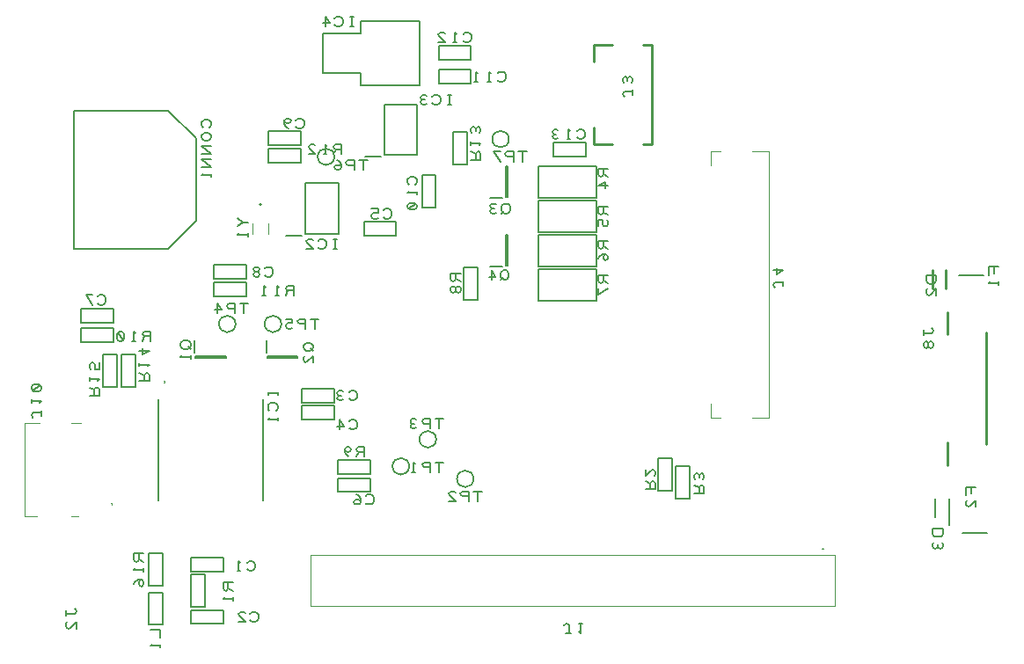
<source format=gbr>
G04 DesignSpark PCB PRO Gerber Version 10.0 Build 5299*
G04 #@! TF.Part,Single*
G04 #@! TF.FileFunction,Legend,Bot*
G04 #@! TF.FilePolarity,Positive*
%FSLAX35Y35*%
%MOIN*%
%ADD107C,0.00394*%
%ADD106C,0.00500*%
%ADD108C,0.00787*%
%ADD150C,0.01000*%
G04 #@! TD.AperFunction*
X0Y0D02*
D02*
D106*
X7181Y95669D02*
X6868Y95982D01*
X6556Y96607D01*
X6868Y97232D01*
X7181Y97544D01*
X10306D01*
Y98169D01*
Y97544D02*
Y96294D01*
X6556Y101294D02*
Y102544D01*
Y101919D02*
X10306D01*
X9681Y101294D01*
X6868Y105982D02*
X6556Y106607D01*
Y107232D01*
X6868Y107857D01*
X7493Y108169D01*
X9368D01*
X9993Y107857D01*
X10306Y107232D01*
Y106607D01*
X9993Y105982D01*
X9368Y105669D01*
X7493D01*
X6868Y105982D01*
X9993Y107857D01*
X22953Y23228D02*
X23266Y22916D01*
X23578Y22291D01*
X23266Y21666D01*
X22953Y21353D01*
X19828D01*
Y20728D01*
Y21353D02*
Y22603D01*
X23578Y15728D02*
Y18228D01*
X21391Y16041D01*
X20766Y15728D01*
X20141Y16041D01*
X19828Y16666D01*
Y17603D01*
X20141Y18228D01*
X25452Y136902D02*
Y131602D01*
X37752D01*
Y136902D01*
X25452D01*
X28603Y103937D02*
X32353D01*
Y106124D01*
X32041Y106750D01*
X31415Y107062D01*
X30791Y106750D01*
X30478Y106124D01*
Y103937D01*
Y106124D02*
X28603Y107062D01*
Y109562D02*
Y110812D01*
Y110187D02*
X32353D01*
X31728Y109562D01*
X28915Y113937D02*
X28603Y114562D01*
Y115500D01*
X28915Y116124D01*
X29541Y116437D01*
X29853D01*
X30478Y116124D01*
X30791Y115500D01*
Y113937D01*
X32353D01*
Y116437D01*
X31627Y138964D02*
X31939Y138652D01*
X32565Y138339D01*
X33502D01*
X34127Y138652D01*
X34439Y138964D01*
X34752Y139589D01*
Y140839D01*
X34439Y141464D01*
X34127Y141777D01*
X33502Y142089D01*
X32565D01*
X31939Y141777D01*
X31627Y141464D01*
X29752Y138339D02*
X27252Y142089D01*
X29752D01*
X37752Y124122D02*
Y129422D01*
X25452D01*
Y124122D01*
X37752D01*
X38977Y119536D02*
X33677D01*
Y107236D01*
X38977D01*
Y119536D01*
X40763Y107236D02*
X46063D01*
Y119536D01*
X40763D01*
Y107236D01*
X41838Y212048D02*
X22547D01*
Y159685D01*
X58374D01*
X69004Y170315D01*
Y201418D01*
X58374Y212048D01*
X41838D01*
X47500Y109449D02*
X51250D01*
Y111636D01*
X50938Y112261D01*
X50313Y112574D01*
X49688Y112261D01*
X49376Y111636D01*
Y109449D01*
Y111636D02*
X47500Y112574D01*
Y115074D02*
Y116324D01*
Y115699D02*
X51250D01*
X50626Y115074D01*
X47500Y121011D02*
X51250D01*
X48750Y119449D01*
Y121949D01*
X49169Y44095D02*
X45419D01*
Y41907D01*
X45731Y41282D01*
X46356Y40970D01*
X46981Y41282D01*
X47293Y41907D01*
Y44095D01*
Y41907D02*
X49169Y40970D01*
Y38470D02*
Y37220D01*
Y37845D02*
X45419D01*
X46043Y38470D01*
X48231Y34095D02*
X47606Y33782D01*
X47293Y33157D01*
Y32532D01*
X47606Y31907D01*
X48231Y31595D01*
X48856Y31907D01*
X49169Y32532D01*
Y33157D01*
X48856Y33782D01*
X48231Y34095D01*
X47293D01*
X46356Y33782D01*
X45731Y33157D01*
X45419Y32532D01*
X50999Y17079D02*
X56299D01*
Y29379D01*
X50999D01*
Y17079D01*
Y32039D02*
X56299D01*
Y44339D01*
X50999D01*
Y32039D01*
X51681Y124559D02*
Y128309D01*
X49494D01*
X48869Y127997D01*
X48556Y127372D01*
X48869Y126747D01*
X49494Y126435D01*
X51681D01*
X49494D02*
X48556Y124559D01*
X46056D02*
X44806D01*
X45431D02*
Y128309D01*
X46056Y127685D01*
X41369Y124872D02*
X40744Y124559D01*
X40119D01*
X39494Y124872D01*
X39181Y125497D01*
Y127372D01*
X39494Y127997D01*
X40119Y128309D01*
X40744D01*
X41369Y127997D01*
X41681Y127372D01*
Y125497D01*
X41369Y124872D01*
X39494Y127997D01*
X51718Y15355D02*
X55468D01*
Y12230D01*
Y9730D02*
Y8480D01*
Y9105D02*
X51718D01*
X52343Y9730D01*
X67141Y23771D02*
X72441D01*
Y36071D01*
X67141D01*
Y23771D01*
X67184Y22729D02*
Y17429D01*
X79484D01*
Y22729D01*
X67184D01*
Y42414D02*
Y37114D01*
X79484D01*
Y42414D01*
X67184D01*
X65635Y124803D02*
X64385D01*
X63760Y124491D01*
X63448Y124178D01*
X63135Y123553D01*
Y122928D01*
X63448Y122303D01*
X63760Y121991D01*
X64385Y121678D01*
X65635D01*
X66260Y121991D01*
X66573Y122303D01*
X66885Y122928D01*
Y123553D01*
X66573Y124178D01*
X66260Y124491D01*
X65635Y124803D01*
X65948Y122616D02*
X66885Y121678D01*
Y119178D02*
Y117928D01*
Y118553D02*
X63135D01*
X63760Y119178D01*
X74134Y205537D02*
X74446Y205849D01*
X74759Y206474D01*
Y207412D01*
X74446Y208037D01*
X74134Y208349D01*
X73509Y208662D01*
X72259D01*
X71634Y208349D01*
X71321Y208037D01*
X71009Y207412D01*
Y206474D01*
X71321Y205849D01*
X71634Y205537D01*
X73509Y203662D02*
X72259D01*
X71634Y203349D01*
X71321Y203037D01*
X71009Y202412D01*
Y201787D01*
X71321Y201162D01*
X71634Y200849D01*
X72259Y200537D01*
X73509D01*
X74134Y200849D01*
X74446Y201162D01*
X74759Y201787D01*
Y202412D01*
X74446Y203037D01*
X74134Y203349D01*
X73509Y203662D01*
X74759Y198662D02*
X71009D01*
X74759Y195537D01*
X71009D01*
X74759Y193662D02*
X71009D01*
X74759Y190537D01*
X71009D01*
X74759Y188037D02*
Y186787D01*
Y187412D02*
X71009D01*
X71634Y188037D01*
X75846Y153437D02*
Y148137D01*
X88146D01*
Y153437D01*
X75846D01*
X83027Y33071D02*
X79277D01*
Y30884D01*
X79589Y30259D01*
X80214Y29946D01*
X80839Y30259D01*
X81152Y30884D01*
Y33071D01*
Y30884D02*
X83027Y29946D01*
Y27446D02*
Y26196D01*
Y26821D02*
X79277D01*
X79902Y27446D01*
X83965Y131102D02*
G75*
G02*
X77665I-3150J0D01*
G01*
G75*
G02*
X83965I3150J0D01*
G01*
X88146Y141444D02*
Y146744D01*
X75846D01*
Y141444D01*
X88146D01*
X87126Y135189D02*
Y138939D01*
X88689D02*
X85564D01*
X83689Y135189D02*
Y138939D01*
X81502D01*
X80876Y138627D01*
X80564Y138002D01*
X80876Y137377D01*
X81502Y137065D01*
X83689D01*
X77126Y135189D02*
Y138939D01*
X78689Y136439D01*
X76189D01*
X88539Y169697D02*
X86664D01*
X84789Y171260D01*
X86664Y169697D02*
X84789Y168135D01*
X88539Y165635D02*
Y164385D01*
Y165010D02*
X84789D01*
X85414Y165635D01*
X88319Y38177D02*
X88632Y37864D01*
X89257Y37552D01*
X90194D01*
X90819Y37864D01*
X91132Y38177D01*
X91444Y38802D01*
Y40052D01*
X91132Y40677D01*
X90819Y40989D01*
X90194Y41302D01*
X89257D01*
X88632Y40989D01*
X88319Y40677D01*
X85819Y37552D02*
X84569D01*
X85194D02*
Y41302D01*
X85819Y40677D01*
X89500Y18885D02*
X89813Y18573D01*
X90438Y18260D01*
X91376D01*
X92000Y18573D01*
X92313Y18885D01*
X92626Y19510D01*
Y20760D01*
X92313Y21385D01*
X92000Y21698D01*
X91376Y22010D01*
X90438D01*
X89813Y21698D01*
X89500Y21385D01*
X85126Y18260D02*
X87626D01*
X85438Y20448D01*
X85126Y21073D01*
X85438Y21698D01*
X86063Y22010D01*
X87000D01*
X87626Y21698D01*
X96319Y204225D02*
Y198925D01*
X108619D01*
Y204225D01*
X96319D01*
X95013Y149594D02*
X95325Y149281D01*
X95950Y148969D01*
X96888D01*
X97513Y149281D01*
X97825Y149594D01*
X98138Y150219D01*
Y151469D01*
X97825Y152094D01*
X97513Y152407D01*
X96888Y152719D01*
X95950D01*
X95325Y152407D01*
X95013Y152094D01*
X92200Y150844D02*
X91575D01*
X90950Y151157D01*
X90638Y151781D01*
X90950Y152407D01*
X91575Y152719D01*
X92200D01*
X92825Y152407D01*
X93138Y151781D01*
X92825Y151157D01*
X92200Y150844D01*
X92825Y150531D01*
X93138Y149907D01*
X92825Y149281D01*
X92200Y148969D01*
X91575D01*
X90950Y149281D01*
X90638Y149907D01*
X90950Y150531D01*
X91575Y150844D01*
X99956Y105362D02*
Y104112D01*
Y104737D02*
X96206D01*
Y105362D02*
Y104112D01*
X99331Y98174D02*
X99644Y98487D01*
X99956Y99112D01*
Y100049D01*
X99644Y100674D01*
X99331Y100987D01*
X98706Y101299D01*
X97456D01*
X96831Y100987D01*
X96519Y100674D01*
X96206Y100049D01*
Y99112D01*
X96519Y98487D01*
X96831Y98174D01*
X99956Y95674D02*
Y94424D01*
Y95049D02*
X96206D01*
X96831Y95674D01*
X101287Y131102D02*
G75*
G02*
X94988I-3150J0D01*
G01*
G75*
G02*
X101287I3150J0D01*
G01*
X106012Y141882D02*
Y145632D01*
X103824D01*
X103199Y145320D01*
X102887Y144695D01*
X103199Y144070D01*
X103824Y143757D01*
X106012D01*
X103824D02*
X102887Y141882D01*
X100387D02*
X99137D01*
X99762D02*
Y145632D01*
X100387Y145007D01*
X95387Y141882D02*
X94137D01*
X94762D02*
Y145632D01*
X95387Y145007D01*
X108619Y192232D02*
Y197532D01*
X96319D01*
Y192232D01*
X108619D01*
X108917Y100288D02*
Y94988D01*
X121217D01*
Y100288D01*
X108917D01*
Y106587D02*
Y101287D01*
X121217D01*
Y106587D01*
X108917D01*
X106824Y205893D02*
X107136Y205581D01*
X107761Y205268D01*
X108699D01*
X109324Y205581D01*
X109636Y205893D01*
X109949Y206518D01*
Y207768D01*
X109636Y208393D01*
X109324Y208706D01*
X108699Y209018D01*
X107761D01*
X107136Y208706D01*
X106824Y208393D01*
X104011Y205268D02*
X103386Y205581D01*
X102761Y206206D01*
X102449Y207143D01*
Y208081D01*
X102761Y208706D01*
X103386Y209018D01*
X104011D01*
X104636Y208706D01*
X104949Y208081D01*
X104636Y207456D01*
X104011Y207143D01*
X103386D01*
X102761Y207456D01*
X102449Y208081D01*
X112092Y124016D02*
X110842D01*
X110217Y123703D01*
X109904Y123391D01*
X109592Y122766D01*
Y122141D01*
X109904Y121516D01*
X110217Y121203D01*
X110842Y120891D01*
X112092D01*
X112717Y121203D01*
X113030Y121516D01*
X113342Y122141D01*
Y122766D01*
X113030Y123391D01*
X112717Y123703D01*
X112092Y124016D01*
X112404Y121828D02*
X113342Y120891D01*
Y116516D02*
Y119016D01*
X111154Y116828D01*
X110530Y116516D01*
X109904Y116828D01*
X109592Y117453D01*
Y118391D01*
X109904Y119016D01*
X113898Y129284D02*
Y133034D01*
X115461D02*
X112335D01*
X110461Y129284D02*
Y133034D01*
X108273D01*
X107648Y132722D01*
X107335Y132096D01*
X107648Y131472D01*
X108273Y131159D01*
X110461D01*
X105461Y129596D02*
X104835Y129284D01*
X103898D01*
X103273Y129596D01*
X102961Y130222D01*
Y130534D01*
X103273Y131159D01*
X103898Y131472D01*
X105461D01*
Y133034D01*
X102961D01*
X117035Y226378D02*
Y241339D01*
X121366Y194489D02*
G75*
G02*
X115067I-3150J0D01*
G01*
G75*
G02*
X121366I3150J0D01*
G01*
X122696Y72729D02*
Y67429D01*
X134996D01*
Y72729D01*
X122696D01*
X122397Y159599D02*
X121147D01*
X121772D02*
Y163349D01*
X122397D02*
X121147D01*
X115209Y160224D02*
X115522Y159911D01*
X116147Y159599D01*
X117085D01*
X117709Y159911D01*
X118022Y160224D01*
X118335Y160849D01*
Y162099D01*
X118022Y162724D01*
X117709Y163037D01*
X117085Y163349D01*
X116147D01*
X115522Y163037D01*
X115209Y162724D01*
X110835Y159599D02*
X113335D01*
X111147Y161787D01*
X110835Y162411D01*
X111147Y163037D01*
X111772Y163349D01*
X112709D01*
X113335Y163037D01*
X124122Y195426D02*
Y199176D01*
X121935D01*
X121309Y198863D01*
X120997Y198238D01*
X121309Y197613D01*
X121935Y197301D01*
X124122D01*
X121935D02*
X120997Y195426D01*
X118497D02*
X117247D01*
X117872D02*
Y199176D01*
X118497Y198551D01*
X111622Y195426D02*
X114122D01*
X111935Y197613D01*
X111622Y198238D01*
X111935Y198863D01*
X112559Y199176D01*
X113497D01*
X114122Y198863D01*
X128696Y243851D02*
X127446D01*
X128071D02*
Y247601D01*
X128696D02*
X127446D01*
X121509Y244476D02*
X121821Y244163D01*
X122446Y243851D01*
X123384D01*
X124009Y244163D01*
X124321Y244476D01*
X124634Y245101D01*
Y246351D01*
X124321Y246976D01*
X124009Y247289D01*
X123384Y247601D01*
X122446D01*
X121821Y247289D01*
X121509Y246976D01*
X118071Y243851D02*
Y247601D01*
X119634Y245101D01*
X117134D01*
X126902Y91720D02*
X127215Y91407D01*
X127840Y91095D01*
X128778D01*
X129402Y91407D01*
X129715Y91720D01*
X130028Y92345D01*
Y93595D01*
X129715Y94220D01*
X129402Y94533D01*
X128778Y94845D01*
X127840D01*
X127215Y94533D01*
X126902Y94220D01*
X123465Y91095D02*
Y94845D01*
X125028Y92345D01*
X122528D01*
X126902Y102744D02*
X127215Y102431D01*
X127840Y102119D01*
X128778D01*
X129402Y102431D01*
X129715Y102744D01*
X130028Y103369D01*
Y104619D01*
X129715Y105244D01*
X129402Y105556D01*
X128778Y105869D01*
X127840D01*
X127215Y105556D01*
X126902Y105244D01*
X124715Y102431D02*
X124090Y102119D01*
X123465D01*
X122840Y102431D01*
X122528Y103056D01*
X122840Y103681D01*
X123465Y103994D01*
X124090D01*
X123465D02*
X122840Y104306D01*
X122528Y104931D01*
X122840Y105556D01*
X123465Y105869D01*
X124090D01*
X124715Y105556D01*
X131209Y221654D02*
Y226378D01*
X117035D01*
X131209Y246063D02*
X153650D01*
Y221654D01*
X131209Y246063D02*
Y241339D01*
X117035D01*
X132539Y169973D02*
Y164673D01*
X144839D01*
Y169973D01*
X132539D01*
X132783Y80859D02*
Y84609D01*
X130596D01*
X129970Y84296D01*
X129658Y83671D01*
X129970Y83046D01*
X130596Y82734D01*
X132783D01*
X130596D02*
X129658Y80859D01*
X126846D02*
X126220Y81171D01*
X125596Y81796D01*
X125283Y82734D01*
Y83671D01*
X125596Y84296D01*
X126220Y84609D01*
X126846D01*
X127470Y84296D01*
X127783Y83671D01*
X127470Y83046D01*
X126846Y82734D01*
X126220D01*
X125596Y83046D01*
X125283Y83671D01*
X132402Y189520D02*
Y193270D01*
X133964D02*
X130839D01*
X128964Y189520D02*
Y193270D01*
X126777D01*
X126152Y192958D01*
X125839Y192333D01*
X126152Y191708D01*
X126777Y191396D01*
X128964D01*
X123964Y190458D02*
X123652Y191083D01*
X123027Y191396D01*
X122402D01*
X121777Y191083D01*
X121464Y190458D01*
X121777Y189833D01*
X122402Y189520D01*
X123027D01*
X123652Y189833D01*
X123964Y190458D01*
Y191396D01*
X123652Y192333D01*
X123027Y192958D01*
X122402Y193270D01*
X134996Y74122D02*
Y79422D01*
X122696D01*
Y74122D01*
X134996D01*
X133201Y63374D02*
X133514Y63061D01*
X134139Y62749D01*
X135076D01*
X135701Y63061D01*
X136014Y63374D01*
X136326Y63999D01*
Y65249D01*
X136014Y65874D01*
X135701Y66187D01*
X135076Y66499D01*
X134139D01*
X133514Y66187D01*
X133201Y65874D01*
X131326Y63687D02*
X131014Y64311D01*
X130389Y64624D01*
X129764D01*
X129139Y64311D01*
X128826Y63687D01*
X129139Y63061D01*
X129764Y62749D01*
X130389D01*
X131014Y63061D01*
X131326Y63687D01*
Y64624D01*
X131014Y65561D01*
X130389Y66187D01*
X129764Y66499D01*
X139894Y171641D02*
X140207Y171329D01*
X140832Y171016D01*
X141770D01*
X142394Y171329D01*
X142707Y171641D01*
X143020Y172266D01*
Y173516D01*
X142707Y174141D01*
X142394Y174454D01*
X141770Y174766D01*
X140832D01*
X140207Y174454D01*
X139894Y174141D01*
X138020Y171329D02*
X137394Y171016D01*
X136457D01*
X135832Y171329D01*
X135520Y171954D01*
Y172266D01*
X135832Y172891D01*
X136457Y173204D01*
X138020D01*
Y174766D01*
X135520D01*
X149712Y77166D02*
G75*
G02*
X143413I-3150J0D01*
G01*
G75*
G02*
X149712I3150J0D01*
G01*
X152087Y183883D02*
X152400Y184195D01*
X152712Y184820D01*
Y185758D01*
X152400Y186383D01*
X152087Y186695D01*
X151462Y187008D01*
X150212D01*
X149587Y186695D01*
X149274Y186383D01*
X148962Y185758D01*
Y184820D01*
X149274Y184195D01*
X149587Y183883D01*
X152712Y181383D02*
Y180133D01*
Y180758D02*
X148962D01*
X149587Y181383D01*
X152400Y176695D02*
X152712Y176070D01*
Y175445D01*
X152400Y174820D01*
X151774Y174508D01*
X149900D01*
X149274Y174820D01*
X148962Y175445D01*
Y176070D01*
X149274Y176695D01*
X149900Y177008D01*
X151774D01*
X152400Y176695D01*
X149274Y174820D01*
X153650Y221654D02*
X131209D01*
X159843Y187646D02*
X154543D01*
Y175346D01*
X159843D01*
Y187646D01*
X159949Y87402D02*
G75*
G02*
X153650I-3150J0D01*
G01*
G75*
G02*
X159949I3150J0D01*
G01*
X160885Y227453D02*
Y222153D01*
X173185D01*
Y227453D01*
X160885D01*
Y236508D02*
Y231208D01*
X173185D01*
Y236508D01*
X160885D01*
X161142Y74954D02*
Y78704D01*
X162704D02*
X159579D01*
X157704Y74954D02*
Y78704D01*
X155517D01*
X154892Y78391D01*
X154579Y77766D01*
X154892Y77141D01*
X155517Y76829D01*
X157704D01*
X152079Y74954D02*
X150829D01*
X151454D02*
Y78704D01*
X152079Y78079D01*
X161142Y91489D02*
Y95239D01*
X162705D02*
X159580D01*
X157705Y91489D02*
Y95239D01*
X155517D01*
X154892Y94926D01*
X154580Y94301D01*
X154892Y93676D01*
X155517Y93364D01*
X157705D01*
X152392Y91801D02*
X151767Y91489D01*
X151142D01*
X150517Y91801D01*
X150205Y92426D01*
X150517Y93051D01*
X151142Y93364D01*
X151767D01*
X151142D02*
X150517Y93676D01*
X150205Y94301D01*
X150517Y94926D01*
X151142Y95239D01*
X151767D01*
X152392Y94926D01*
X166354Y191488D02*
X171654D01*
Y203788D01*
X166354D01*
Y191488D01*
X165704Y217960D02*
X164454D01*
X165079D02*
Y214210D01*
X165704D02*
X164454D01*
X158517Y217335D02*
X158829Y217648D01*
X159454Y217960D01*
X160392D01*
X161017Y217648D01*
X161329Y217335D01*
X161642Y216710D01*
Y215460D01*
X161329Y214835D01*
X161017Y214522D01*
X160392Y214210D01*
X159454D01*
X158829Y214522D01*
X158517Y214835D01*
X156329Y217648D02*
X155704Y217960D01*
X155079D01*
X154454Y217648D01*
X154142Y217022D01*
X154454Y216398D01*
X155079Y216085D01*
X155704D01*
X155079D02*
X154454Y215772D01*
X154142Y215148D01*
X154454Y214522D01*
X155079Y214210D01*
X155704D01*
X156329Y214522D01*
X169248Y150394D02*
X165498D01*
Y148206D01*
X165810Y147581D01*
X166435Y147269D01*
X167060Y147581D01*
X167372Y148206D01*
Y150394D01*
Y148206D02*
X169248Y147269D01*
X167372Y144456D02*
Y143831D01*
X167060Y143206D01*
X166435Y142894D01*
X165810Y143206D01*
X165498Y143831D01*
Y144456D01*
X165810Y145081D01*
X166435Y145394D01*
X167060Y145081D01*
X167372Y144456D01*
X167685Y145081D01*
X168310Y145394D01*
X168935Y145081D01*
X169248Y144456D01*
Y143831D01*
X168935Y143206D01*
X168310Y142894D01*
X167685Y143206D01*
X167372Y143831D01*
X173091Y193307D02*
X176841D01*
Y195494D01*
X176529Y196120D01*
X175904Y196432D01*
X175279Y196120D01*
X174966Y195494D01*
Y193307D01*
Y195494D02*
X173091Y196432D01*
Y198932D02*
Y200182D01*
Y199557D02*
X176841D01*
X176216Y198932D01*
X173404Y203620D02*
X173091Y204244D01*
Y204870D01*
X173404Y205494D01*
X174029Y205807D01*
X174654Y205494D01*
X174966Y204870D01*
Y204244D01*
Y204870D02*
X175279Y205494D01*
X175904Y205807D01*
X176529Y205494D01*
X176841Y204870D01*
Y204244D01*
X176529Y203620D01*
X170209Y238570D02*
X170522Y238258D01*
X171147Y237945D01*
X172085D01*
X172709Y238258D01*
X173022Y238570D01*
X173335Y239195D01*
Y240445D01*
X173022Y241070D01*
X172709Y241383D01*
X172085Y241695D01*
X171147D01*
X170522Y241383D01*
X170209Y241070D01*
X167709Y237945D02*
X166459D01*
X167085D02*
Y241695D01*
X167709Y241070D01*
X160835Y237945D02*
X163335D01*
X161147Y240133D01*
X160835Y240758D01*
X161147Y241383D01*
X161772Y241695D01*
X162709D01*
X163335Y241383D01*
X174122Y72441D02*
G75*
G02*
X167822I-3150J0D01*
G01*
G75*
G02*
X174122I3150J0D01*
G01*
X175591Y152607D02*
X170291D01*
Y140307D01*
X175591D01*
Y152607D01*
X175709Y63930D02*
Y67680D01*
X177271D02*
X174146D01*
X172271Y63930D02*
Y67680D01*
X170084D01*
X169459Y67368D01*
X169146Y66743D01*
X169459Y66118D01*
X170084Y65805D01*
X172271D01*
X164771Y63930D02*
X167271D01*
X165084Y66118D01*
X164771Y66743D01*
X165084Y67368D01*
X165709Y67680D01*
X166646D01*
X167271Y67368D01*
X183202Y223610D02*
X183514Y223297D01*
X184139Y222985D01*
X185077D01*
X185702Y223297D01*
X186014Y223610D01*
X186327Y224235D01*
Y225485D01*
X186014Y226110D01*
X185702Y226422D01*
X185077Y226735D01*
X184139D01*
X183514Y226422D01*
X183202Y226110D01*
X180702Y222985D02*
X179452D01*
X180077D02*
Y226735D01*
X180702Y226110D01*
X175702Y222985D02*
X174452D01*
X175077D02*
Y226735D01*
X175702Y226110D01*
X187508Y149038D02*
Y150288D01*
X187195Y150913D01*
X186883Y151226D01*
X186258Y151538D01*
X185633D01*
X185008Y151226D01*
X184695Y150913D01*
X184383Y150288D01*
Y149038D01*
X184695Y148413D01*
X185008Y148100D01*
X185633Y147788D01*
X186258D01*
X186883Y148100D01*
X187195Y148413D01*
X187508Y149038D01*
X185320Y148726D02*
X184383Y147788D01*
X180945D02*
Y151538D01*
X182508Y149038D01*
X180008D01*
X187508Y201181D02*
G75*
G02*
X181209I-3150J0D01*
G01*
G75*
G02*
X187508I3150J0D01*
G01*
X187902Y174235D02*
Y175485D01*
X187589Y176110D01*
X187276Y176422D01*
X186652Y176735D01*
X186026D01*
X185402Y176422D01*
X185089Y176110D01*
X184776Y175485D01*
Y174235D01*
X185089Y173610D01*
X185402Y173297D01*
X186026Y172985D01*
X186652D01*
X187276Y173297D01*
X187589Y173610D01*
X187902Y174235D01*
X185714Y173922D02*
X184776Y172985D01*
X182589Y173297D02*
X181964Y172985D01*
X181339D01*
X180714Y173297D01*
X180402Y173922D01*
X180714Y174547D01*
X181339Y174860D01*
X181964D01*
X181339D02*
X180714Y175172D01*
X180402Y175797D01*
X180714Y176422D01*
X181339Y176735D01*
X181964D01*
X182589Y176422D01*
X192638Y192670D02*
Y196420D01*
X194201D02*
X191076D01*
X189201Y192670D02*
Y196420D01*
X187013D01*
X186388Y196107D01*
X186076Y195482D01*
X186388Y194857D01*
X187013Y194545D01*
X189201D01*
X184201Y192670D02*
X181701Y196420D01*
X184201D01*
X198555Y152063D02*
X220555D01*
Y140063D01*
X198555D01*
Y152063D01*
Y165055D02*
X220555D01*
Y153055D01*
X198555D01*
Y165055D01*
Y178047D02*
X220555D01*
Y166047D01*
X198555D01*
Y178047D01*
Y191039D02*
X220555D01*
Y179039D01*
X198555D01*
Y191039D01*
X208444Y17060D02*
X208757Y17372D01*
X209382Y17685D01*
X210007Y17372D01*
X210320Y17060D01*
Y13935D01*
X210944D01*
X210320D02*
X209070D01*
X214070Y17685D02*
X215320D01*
X214694D02*
Y13935D01*
X214070Y14560D01*
X213319Y201760D02*
X213632Y201447D01*
X214257Y201135D01*
X215194D01*
X215819Y201447D01*
X216132Y201760D01*
X216444Y202385D01*
Y203635D01*
X216132Y204260D01*
X215819Y204572D01*
X215194Y204885D01*
X214257D01*
X213632Y204572D01*
X213319Y204260D01*
X210819Y201135D02*
X209569D01*
X210194D02*
Y204885D01*
X210819Y204260D01*
X206132Y201447D02*
X205507Y201135D01*
X204882D01*
X204257Y201447D01*
X203944Y202072D01*
X204257Y202697D01*
X204882Y203010D01*
X205507D01*
X204882D02*
X204257Y203322D01*
X203944Y203947D01*
X204257Y204572D01*
X204882Y204885D01*
X205507D01*
X206132Y204572D01*
X216689Y194594D02*
Y199894D01*
X204389D01*
Y194594D01*
X216689D01*
X225118Y149606D02*
X221368D01*
Y147419D01*
X221680Y146794D01*
X222305Y146481D01*
X222930Y146794D01*
X223243Y147419D01*
Y149606D01*
Y147419D02*
X225118Y146481D01*
Y144606D02*
X221368Y142106D01*
Y144606D01*
X225118Y162598D02*
X221368D01*
Y160411D01*
X221680Y159786D01*
X222305Y159473D01*
X222930Y159786D01*
X223243Y160411D01*
Y162598D01*
Y160411D02*
X225118Y159473D01*
X224180Y157598D02*
X223555Y157286D01*
X223243Y156661D01*
Y156036D01*
X223555Y155411D01*
X224180Y155098D01*
X224805Y155411D01*
X225118Y156036D01*
Y156661D01*
X224805Y157286D01*
X224180Y157598D01*
X223243D01*
X222305Y157286D01*
X221680Y156661D01*
X221368Y156036D01*
X225118Y175591D02*
X221368D01*
Y173403D01*
X221680Y172778D01*
X222305Y172465D01*
X222930Y172778D01*
X223243Y173403D01*
Y175591D01*
Y173403D02*
X225118Y172465D01*
X224805Y170591D02*
X225118Y169965D01*
Y169028D01*
X224805Y168403D01*
X224180Y168091D01*
X223868D01*
X223243Y168403D01*
X222930Y169028D01*
Y170591D01*
X221368D01*
Y168091D01*
X225118Y190039D02*
X221368D01*
Y187852D01*
X221680Y187227D01*
X222305Y186914D01*
X222930Y187227D01*
X223243Y187852D01*
Y190039D01*
Y187852D02*
X225118Y186914D01*
Y183477D02*
X221368D01*
X223868Y185039D01*
Y182539D01*
X231250Y217323D02*
X230937Y217635D01*
X230625Y218260D01*
X230937Y218885D01*
X231250Y219198D01*
X234375D01*
Y219823D01*
Y219198D02*
Y217948D01*
X230937Y222635D02*
X230625Y223260D01*
Y223885D01*
X230937Y224510D01*
X231563Y224823D01*
X232187Y224510D01*
X232500Y223885D01*
Y223260D01*
Y223885D02*
X232813Y224510D01*
X233437Y224823D01*
X234063Y224510D01*
X234375Y223885D01*
Y223260D01*
X234063Y222635D01*
X239232Y68504D02*
X242982D01*
Y70692D01*
X242670Y71317D01*
X242045Y71630D01*
X241420Y71317D01*
X241107Y70692D01*
Y68504D01*
Y70692D02*
X239232Y71630D01*
Y76004D02*
Y73504D01*
X241420Y75692D01*
X242045Y76004D01*
X242670Y75692D01*
X242982Y75067D01*
Y74130D01*
X242670Y73504D01*
X249213Y80166D02*
X243913D01*
Y67866D01*
X249213D01*
Y80166D01*
X250606Y65067D02*
X255906D01*
Y77367D01*
X250606D01*
Y65067D01*
X257737Y66929D02*
X261487D01*
Y69117D01*
X261174Y69742D01*
X260549Y70054D01*
X259924Y69742D01*
X259612Y69117D01*
Y66929D01*
Y69117D02*
X257737Y70054D01*
X258049Y72242D02*
X257737Y72867D01*
Y73492D01*
X258049Y74117D01*
X258674Y74429D01*
X259299Y74117D01*
X259612Y73492D01*
Y72867D01*
Y73492D02*
X259924Y74117D01*
X260549Y74429D01*
X261174Y74117D01*
X261487Y73492D01*
Y72867D01*
X261174Y72242D01*
X288283Y144882D02*
X287970Y145194D01*
X287658Y145819D01*
X287970Y146444D01*
X288283Y146757D01*
X291408D01*
Y147382D01*
Y146757D02*
Y145507D01*
X287658Y151444D02*
X291408D01*
X288908Y149882D01*
Y152382D01*
X347756Y129528D02*
X348069Y129215D01*
X348381Y128591D01*
X348069Y127965D01*
X347756Y127653D01*
X344631D01*
Y127028D01*
Y127653D02*
Y128903D01*
X346506Y123591D02*
Y122965D01*
X346193Y122341D01*
X345569Y122028D01*
X344943Y122341D01*
X344631Y122965D01*
Y123591D01*
X344943Y124215D01*
X345569Y124528D01*
X346193Y124215D01*
X346506Y123591D01*
X346819Y124215D01*
X347443Y124528D01*
X348069Y124215D01*
X348381Y123591D01*
Y122965D01*
X348069Y122341D01*
X347443Y122028D01*
X346819Y122341D01*
X346506Y122965D01*
X349393Y149485D02*
X345643D01*
Y147609D01*
X345955Y146985D01*
X346268Y146672D01*
X346893Y146359D01*
X348143D01*
X348768Y146672D01*
X349080Y146985D01*
X349393Y147609D01*
Y149485D01*
Y141985D02*
Y144485D01*
X347205Y142297D01*
X346580Y141985D01*
X345955Y142297D01*
X345643Y142922D01*
Y143859D01*
X345955Y144485D01*
X351924Y53544D02*
X348174D01*
Y51669D01*
X348487Y51044D01*
X348799Y50731D01*
X349424Y50419D01*
X350674D01*
X351299Y50731D01*
X351612Y51044D01*
X351924Y51669D01*
Y53544D01*
X351612Y48231D02*
X351924Y47606D01*
Y46981D01*
X351612Y46356D01*
X350987Y46044D01*
X350362Y46356D01*
X350049Y46981D01*
Y47606D01*
Y46981D02*
X349737Y46356D01*
X349112Y46044D01*
X348487Y46356D01*
X348174Y46981D01*
Y47606D01*
X348487Y48231D01*
X364523Y69292D02*
X360773D01*
Y66167D01*
X362648Y66792D02*
Y69292D01*
X364523Y61792D02*
Y64292D01*
X362335Y62104D01*
X361710Y61792D01*
X361085Y62104D01*
X360773Y62729D01*
Y63667D01*
X361085Y64292D01*
X373185Y152756D02*
X369435D01*
Y149631D01*
X371309Y150256D02*
Y152756D01*
X373185Y147131D02*
Y145881D01*
Y146506D02*
X369435D01*
X370059Y147131D01*
D02*
D107*
X4134Y58386D02*
Y93583D02*
X8768Y58386D02*
X4134D01*
Y93583D01*
X9752D01*
X8768Y58386D02*
X4134D01*
Y93583D01*
X9752D01*
X8768Y58386D02*
X9752Y93583D02*
X21563D02*
X24516Y58386D02*
Y58268D01*
X21563D01*
Y58386D01*
X24516D01*
X25500Y93583D02*
X21563D01*
X25500D02*
X21563D01*
X90461Y169291D02*
Y165354D01*
X96366Y169291D02*
Y165354D01*
X112208Y24115D02*
X311027D01*
Y43603D01*
X112208D01*
Y24115D01*
X267823Y95669D02*
X263886D01*
Y100787D01*
X267823Y196457D02*
X263886D01*
Y191339D01*
X279634Y95669D02*
X285933D01*
Y196457D01*
X279634D01*
D02*
D108*
X37114Y62598D02*
G75*
G02*
Y62992I0J197D01*
G01*
Y62598D02*
G75*
G03*
Y62992I0J197D01*
G01*
Y62598D02*
Y62992D02*
G75*
G03*
Y62598I0J-197D01*
G01*
X54634Y102559D02*
Y64370D01*
X56996Y108819D02*
G75*
G03*
Y109307I0J244D01*
G01*
Y108819D02*
G75*
G03*
Y109307I0J244D01*
G01*
G75*
G03*
Y108819I0J-244D01*
G01*
X68472Y125000D02*
Y120276D01*
X68807Y118898D02*
Y118110D01*
X80224D01*
Y118898D01*
X68807D01*
X93020Y176378D02*
X93807D02*
G75*
G02*
X93020I-394J0D01*
G01*
X93807D02*
G75*
G03*
X93020I-394J0D01*
G01*
X94398Y64370D02*
Y102559D01*
X95638Y125000D02*
Y120276D01*
X95972Y118898D02*
Y118110D01*
X107390D01*
Y118898D01*
X95972D01*
X102961Y164646D02*
X108965D01*
X110343Y165157D02*
X122941D01*
Y184449D01*
X110343D01*
Y165157D01*
X132882Y194567D02*
X138886D01*
X140264Y195079D02*
X152862D01*
Y214370D01*
X140264D01*
Y195079D01*
X180224Y153012D02*
X184949D01*
X180224Y178996D02*
X184949D01*
X186327Y153346D02*
X187114D01*
Y164764D01*
X186327D01*
Y153346D01*
Y179331D02*
X187114D01*
Y190748D01*
X186327D01*
Y179331D01*
X306618Y45748D02*
G75*
G03*
X306224I-197J0D01*
G01*
X306618D02*
G75*
G03*
X306224I-197J0D01*
G01*
G75*
G03*
X306618I197J0D01*
G01*
X349122Y57973D02*
Y64863D01*
X354240Y54772D02*
Y64863D01*
X358028Y149606D02*
X367382D01*
X359209Y51969D02*
X368563D01*
D02*
D150*
X226681Y199213D02*
X219791D01*
Y205551D01*
X226681Y237008D02*
X219791D01*
Y230669D01*
X238461Y199213D02*
X241839D01*
Y237008D01*
X238461D01*
X347941Y144587D02*
Y151477D01*
X353059D02*
Y144587D01*
X353650Y77657D02*
Y86220D01*
Y135728D02*
Y127165D01*
X368217Y127953D02*
Y85433D01*
X0Y0D02*
M02*

</source>
